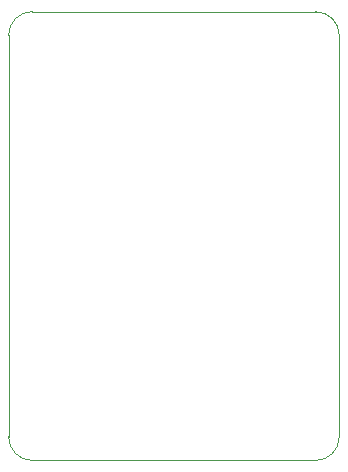
<source format=gm1>
G04 #@! TF.GenerationSoftware,KiCad,Pcbnew,9.0.2*
G04 #@! TF.CreationDate,2025-12-31T10:57:56+01:00*
G04 #@! TF.ProjectId,synthmate_L432,73796e74-686d-4617-9465-5f4c3433322e,rev?*
G04 #@! TF.SameCoordinates,Original*
G04 #@! TF.FileFunction,Profile,NP*
%FSLAX46Y46*%
G04 Gerber Fmt 4.6, Leading zero omitted, Abs format (unit mm)*
G04 Created by KiCad (PCBNEW 9.0.2) date 2025-12-31 10:57:56*
%MOMM*%
%LPD*%
G01*
G04 APERTURE LIST*
G04 #@! TA.AperFunction,Profile*
%ADD10C,0.050000*%
G04 #@! TD*
G04 APERTURE END LIST*
D10*
X125820000Y-72780000D02*
X125820000Y-106780000D01*
X153820000Y-106780000D02*
X153820001Y-72780000D01*
X127820000Y-108780000D02*
X151820000Y-108780000D01*
X151820001Y-70780000D02*
G75*
G02*
X153820001Y-72780000I1J-1999999D01*
G01*
X153820000Y-106780000D02*
G75*
G02*
X151820000Y-108780000I-1999999J-1D01*
G01*
X127820000Y-108780000D02*
G75*
G02*
X125820000Y-106780000I-1J1999999D01*
G01*
X125820000Y-72780000D02*
G75*
G02*
X127820000Y-70780000I2000000J0D01*
G01*
X127820000Y-70780000D02*
X151820001Y-70780000D01*
M02*

</source>
